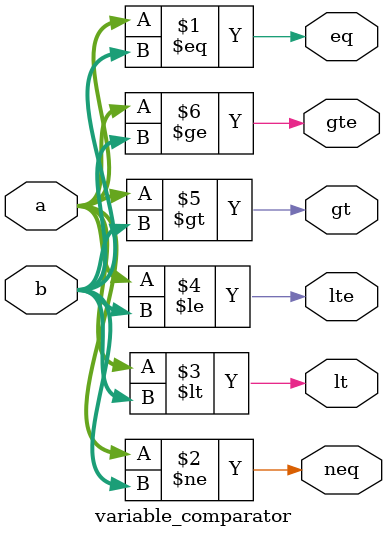
<source format=sv>
module variable_comparator #(parameter N=8)
	(input logic [N-1:0] a, b, output logic eq, neq, lt, lte, gt, gte);
	
	assign eq = (a == b);
	assign neq = (a != b);
	assign lt = (a < b);
	assign lte = (a <= b);
	assign gt = (a > b);
	assign gte = (a >= b);
endmodule
</source>
